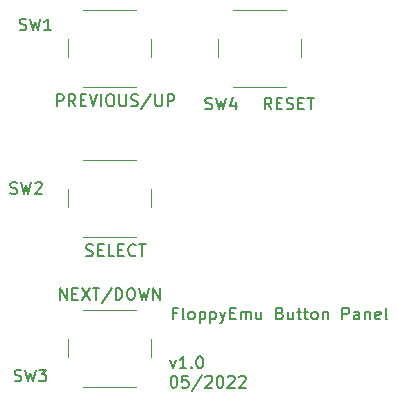
<source format=gbr>
%TF.GenerationSoftware,KiCad,Pcbnew,5.1.8-5.1.8*%
%TF.CreationDate,2022-05-17T18:34:16+02:00*%
%TF.ProjectId,FloppyEmuButtonPanel,466c6f70-7079-4456-9d75-427574746f6e,1.0*%
%TF.SameCoordinates,Original*%
%TF.FileFunction,Legend,Top*%
%TF.FilePolarity,Positive*%
%FSLAX46Y46*%
G04 Gerber Fmt 4.6, Leading zero omitted, Abs format (unit mm)*
G04 Created by KiCad (PCBNEW 5.1.8-5.1.8) date 2022-05-17 18:34:16*
%MOMM*%
%LPD*%
G01*
G04 APERTURE LIST*
%ADD10C,0.150000*%
%ADD11C,0.120000*%
G04 APERTURE END LIST*
D10*
X120683928Y-93273571D02*
X120350595Y-93273571D01*
X120350595Y-93797380D02*
X120350595Y-92797380D01*
X120826785Y-92797380D01*
X121350595Y-93797380D02*
X121255357Y-93749761D01*
X121207738Y-93654523D01*
X121207738Y-92797380D01*
X121874404Y-93797380D02*
X121779166Y-93749761D01*
X121731547Y-93702142D01*
X121683928Y-93606904D01*
X121683928Y-93321190D01*
X121731547Y-93225952D01*
X121779166Y-93178333D01*
X121874404Y-93130714D01*
X122017261Y-93130714D01*
X122112500Y-93178333D01*
X122160119Y-93225952D01*
X122207738Y-93321190D01*
X122207738Y-93606904D01*
X122160119Y-93702142D01*
X122112500Y-93749761D01*
X122017261Y-93797380D01*
X121874404Y-93797380D01*
X122636309Y-93130714D02*
X122636309Y-94130714D01*
X122636309Y-93178333D02*
X122731547Y-93130714D01*
X122922023Y-93130714D01*
X123017261Y-93178333D01*
X123064880Y-93225952D01*
X123112500Y-93321190D01*
X123112500Y-93606904D01*
X123064880Y-93702142D01*
X123017261Y-93749761D01*
X122922023Y-93797380D01*
X122731547Y-93797380D01*
X122636309Y-93749761D01*
X123541071Y-93130714D02*
X123541071Y-94130714D01*
X123541071Y-93178333D02*
X123636309Y-93130714D01*
X123826785Y-93130714D01*
X123922023Y-93178333D01*
X123969642Y-93225952D01*
X124017261Y-93321190D01*
X124017261Y-93606904D01*
X123969642Y-93702142D01*
X123922023Y-93749761D01*
X123826785Y-93797380D01*
X123636309Y-93797380D01*
X123541071Y-93749761D01*
X124350595Y-93130714D02*
X124588690Y-93797380D01*
X124826785Y-93130714D02*
X124588690Y-93797380D01*
X124493452Y-94035476D01*
X124445833Y-94083095D01*
X124350595Y-94130714D01*
X125207738Y-93273571D02*
X125541071Y-93273571D01*
X125683928Y-93797380D02*
X125207738Y-93797380D01*
X125207738Y-92797380D01*
X125683928Y-92797380D01*
X126112500Y-93797380D02*
X126112500Y-93130714D01*
X126112500Y-93225952D02*
X126160119Y-93178333D01*
X126255357Y-93130714D01*
X126398214Y-93130714D01*
X126493452Y-93178333D01*
X126541071Y-93273571D01*
X126541071Y-93797380D01*
X126541071Y-93273571D02*
X126588690Y-93178333D01*
X126683928Y-93130714D01*
X126826785Y-93130714D01*
X126922023Y-93178333D01*
X126969642Y-93273571D01*
X126969642Y-93797380D01*
X127874404Y-93130714D02*
X127874404Y-93797380D01*
X127445833Y-93130714D02*
X127445833Y-93654523D01*
X127493452Y-93749761D01*
X127588690Y-93797380D01*
X127731547Y-93797380D01*
X127826785Y-93749761D01*
X127874404Y-93702142D01*
X129445833Y-93273571D02*
X129588690Y-93321190D01*
X129636309Y-93368809D01*
X129683928Y-93464047D01*
X129683928Y-93606904D01*
X129636309Y-93702142D01*
X129588690Y-93749761D01*
X129493452Y-93797380D01*
X129112500Y-93797380D01*
X129112500Y-92797380D01*
X129445833Y-92797380D01*
X129541071Y-92845000D01*
X129588690Y-92892619D01*
X129636309Y-92987857D01*
X129636309Y-93083095D01*
X129588690Y-93178333D01*
X129541071Y-93225952D01*
X129445833Y-93273571D01*
X129112500Y-93273571D01*
X130541071Y-93130714D02*
X130541071Y-93797380D01*
X130112500Y-93130714D02*
X130112500Y-93654523D01*
X130160119Y-93749761D01*
X130255357Y-93797380D01*
X130398214Y-93797380D01*
X130493452Y-93749761D01*
X130541071Y-93702142D01*
X130874404Y-93130714D02*
X131255357Y-93130714D01*
X131017261Y-92797380D02*
X131017261Y-93654523D01*
X131064880Y-93749761D01*
X131160119Y-93797380D01*
X131255357Y-93797380D01*
X131445833Y-93130714D02*
X131826785Y-93130714D01*
X131588690Y-92797380D02*
X131588690Y-93654523D01*
X131636309Y-93749761D01*
X131731547Y-93797380D01*
X131826785Y-93797380D01*
X132302976Y-93797380D02*
X132207738Y-93749761D01*
X132160119Y-93702142D01*
X132112500Y-93606904D01*
X132112500Y-93321190D01*
X132160119Y-93225952D01*
X132207738Y-93178333D01*
X132302976Y-93130714D01*
X132445833Y-93130714D01*
X132541071Y-93178333D01*
X132588690Y-93225952D01*
X132636309Y-93321190D01*
X132636309Y-93606904D01*
X132588690Y-93702142D01*
X132541071Y-93749761D01*
X132445833Y-93797380D01*
X132302976Y-93797380D01*
X133064880Y-93130714D02*
X133064880Y-93797380D01*
X133064880Y-93225952D02*
X133112500Y-93178333D01*
X133207738Y-93130714D01*
X133350595Y-93130714D01*
X133445833Y-93178333D01*
X133493452Y-93273571D01*
X133493452Y-93797380D01*
X134731547Y-93797380D02*
X134731547Y-92797380D01*
X135112500Y-92797380D01*
X135207738Y-92845000D01*
X135255357Y-92892619D01*
X135302976Y-92987857D01*
X135302976Y-93130714D01*
X135255357Y-93225952D01*
X135207738Y-93273571D01*
X135112500Y-93321190D01*
X134731547Y-93321190D01*
X136160119Y-93797380D02*
X136160119Y-93273571D01*
X136112500Y-93178333D01*
X136017261Y-93130714D01*
X135826785Y-93130714D01*
X135731547Y-93178333D01*
X136160119Y-93749761D02*
X136064880Y-93797380D01*
X135826785Y-93797380D01*
X135731547Y-93749761D01*
X135683928Y-93654523D01*
X135683928Y-93559285D01*
X135731547Y-93464047D01*
X135826785Y-93416428D01*
X136064880Y-93416428D01*
X136160119Y-93368809D01*
X136636309Y-93130714D02*
X136636309Y-93797380D01*
X136636309Y-93225952D02*
X136683928Y-93178333D01*
X136779166Y-93130714D01*
X136922023Y-93130714D01*
X137017261Y-93178333D01*
X137064880Y-93273571D01*
X137064880Y-93797380D01*
X137922023Y-93749761D02*
X137826785Y-93797380D01*
X137636309Y-93797380D01*
X137541071Y-93749761D01*
X137493452Y-93654523D01*
X137493452Y-93273571D01*
X137541071Y-93178333D01*
X137636309Y-93130714D01*
X137826785Y-93130714D01*
X137922023Y-93178333D01*
X137969642Y-93273571D01*
X137969642Y-93368809D01*
X137493452Y-93464047D01*
X138541071Y-93797380D02*
X138445833Y-93749761D01*
X138398214Y-93654523D01*
X138398214Y-92797380D01*
X120128357Y-97258714D02*
X120366452Y-97925380D01*
X120604547Y-97258714D01*
X121509309Y-97925380D02*
X120937880Y-97925380D01*
X121223595Y-97925380D02*
X121223595Y-96925380D01*
X121128357Y-97068238D01*
X121033119Y-97163476D01*
X120937880Y-97211095D01*
X121937880Y-97830142D02*
X121985500Y-97877761D01*
X121937880Y-97925380D01*
X121890261Y-97877761D01*
X121937880Y-97830142D01*
X121937880Y-97925380D01*
X122604547Y-96925380D02*
X122699785Y-96925380D01*
X122795023Y-96973000D01*
X122842642Y-97020619D01*
X122890261Y-97115857D01*
X122937880Y-97306333D01*
X122937880Y-97544428D01*
X122890261Y-97734904D01*
X122842642Y-97830142D01*
X122795023Y-97877761D01*
X122699785Y-97925380D01*
X122604547Y-97925380D01*
X122509309Y-97877761D01*
X122461690Y-97830142D01*
X122414071Y-97734904D01*
X122366452Y-97544428D01*
X122366452Y-97306333D01*
X122414071Y-97115857D01*
X122461690Y-97020619D01*
X122509309Y-96973000D01*
X122604547Y-96925380D01*
X120414071Y-98575380D02*
X120509309Y-98575380D01*
X120604547Y-98623000D01*
X120652166Y-98670619D01*
X120699785Y-98765857D01*
X120747404Y-98956333D01*
X120747404Y-99194428D01*
X120699785Y-99384904D01*
X120652166Y-99480142D01*
X120604547Y-99527761D01*
X120509309Y-99575380D01*
X120414071Y-99575380D01*
X120318833Y-99527761D01*
X120271214Y-99480142D01*
X120223595Y-99384904D01*
X120175976Y-99194428D01*
X120175976Y-98956333D01*
X120223595Y-98765857D01*
X120271214Y-98670619D01*
X120318833Y-98623000D01*
X120414071Y-98575380D01*
X121652166Y-98575380D02*
X121175976Y-98575380D01*
X121128357Y-99051571D01*
X121175976Y-99003952D01*
X121271214Y-98956333D01*
X121509309Y-98956333D01*
X121604547Y-99003952D01*
X121652166Y-99051571D01*
X121699785Y-99146809D01*
X121699785Y-99384904D01*
X121652166Y-99480142D01*
X121604547Y-99527761D01*
X121509309Y-99575380D01*
X121271214Y-99575380D01*
X121175976Y-99527761D01*
X121128357Y-99480142D01*
X122842642Y-98527761D02*
X121985500Y-99813476D01*
X123128357Y-98670619D02*
X123175976Y-98623000D01*
X123271214Y-98575380D01*
X123509309Y-98575380D01*
X123604547Y-98623000D01*
X123652166Y-98670619D01*
X123699785Y-98765857D01*
X123699785Y-98861095D01*
X123652166Y-99003952D01*
X123080738Y-99575380D01*
X123699785Y-99575380D01*
X124318833Y-98575380D02*
X124414071Y-98575380D01*
X124509309Y-98623000D01*
X124556928Y-98670619D01*
X124604547Y-98765857D01*
X124652166Y-98956333D01*
X124652166Y-99194428D01*
X124604547Y-99384904D01*
X124556928Y-99480142D01*
X124509309Y-99527761D01*
X124414071Y-99575380D01*
X124318833Y-99575380D01*
X124223595Y-99527761D01*
X124175976Y-99480142D01*
X124128357Y-99384904D01*
X124080738Y-99194428D01*
X124080738Y-98956333D01*
X124128357Y-98765857D01*
X124175976Y-98670619D01*
X124223595Y-98623000D01*
X124318833Y-98575380D01*
X125033119Y-98670619D02*
X125080738Y-98623000D01*
X125175976Y-98575380D01*
X125414071Y-98575380D01*
X125509309Y-98623000D01*
X125556928Y-98670619D01*
X125604547Y-98765857D01*
X125604547Y-98861095D01*
X125556928Y-99003952D01*
X124985500Y-99575380D01*
X125604547Y-99575380D01*
X125985500Y-98670619D02*
X126033119Y-98623000D01*
X126128357Y-98575380D01*
X126366452Y-98575380D01*
X126461690Y-98623000D01*
X126509309Y-98670619D01*
X126556928Y-98765857D01*
X126556928Y-98861095D01*
X126509309Y-99003952D01*
X125937880Y-99575380D01*
X126556928Y-99575380D01*
D11*
%TO.C,SW1*%
X118510000Y-71580000D02*
X118510000Y-70080000D01*
X117260000Y-67580000D02*
X112760000Y-67580000D01*
X111510000Y-70080000D02*
X111510000Y-71580000D01*
X112760000Y-74080000D02*
X117260000Y-74080000D01*
%TO.C,SW2*%
X112760000Y-86780000D02*
X117260000Y-86780000D01*
X111510000Y-82780000D02*
X111510000Y-84280000D01*
X117260000Y-80280000D02*
X112760000Y-80280000D01*
X118510000Y-84280000D02*
X118510000Y-82780000D01*
%TO.C,SW3*%
X118510000Y-96980000D02*
X118510000Y-95480000D01*
X117260000Y-92980000D02*
X112760000Y-92980000D01*
X111510000Y-95480000D02*
X111510000Y-96980000D01*
X112760000Y-99480000D02*
X117260000Y-99480000D01*
%TO.C,SW4*%
X125460000Y-74080000D02*
X129960000Y-74080000D01*
X124210000Y-70080000D02*
X124210000Y-71580000D01*
X129960000Y-67580000D02*
X125460000Y-67580000D01*
X131210000Y-71580000D02*
X131210000Y-70080000D01*
%TO.C,SW1*%
D10*
X107396666Y-69274761D02*
X107539523Y-69322380D01*
X107777619Y-69322380D01*
X107872857Y-69274761D01*
X107920476Y-69227142D01*
X107968095Y-69131904D01*
X107968095Y-69036666D01*
X107920476Y-68941428D01*
X107872857Y-68893809D01*
X107777619Y-68846190D01*
X107587142Y-68798571D01*
X107491904Y-68750952D01*
X107444285Y-68703333D01*
X107396666Y-68608095D01*
X107396666Y-68512857D01*
X107444285Y-68417619D01*
X107491904Y-68370000D01*
X107587142Y-68322380D01*
X107825238Y-68322380D01*
X107968095Y-68370000D01*
X108301428Y-68322380D02*
X108539523Y-69322380D01*
X108730000Y-68608095D01*
X108920476Y-69322380D01*
X109158571Y-68322380D01*
X110063333Y-69322380D02*
X109491904Y-69322380D01*
X109777619Y-69322380D02*
X109777619Y-68322380D01*
X109682380Y-68465238D01*
X109587142Y-68560476D01*
X109491904Y-68608095D01*
X110557619Y-75732380D02*
X110557619Y-74732380D01*
X110938571Y-74732380D01*
X111033809Y-74780000D01*
X111081428Y-74827619D01*
X111129047Y-74922857D01*
X111129047Y-75065714D01*
X111081428Y-75160952D01*
X111033809Y-75208571D01*
X110938571Y-75256190D01*
X110557619Y-75256190D01*
X112129047Y-75732380D02*
X111795714Y-75256190D01*
X111557619Y-75732380D02*
X111557619Y-74732380D01*
X111938571Y-74732380D01*
X112033809Y-74780000D01*
X112081428Y-74827619D01*
X112129047Y-74922857D01*
X112129047Y-75065714D01*
X112081428Y-75160952D01*
X112033809Y-75208571D01*
X111938571Y-75256190D01*
X111557619Y-75256190D01*
X112557619Y-75208571D02*
X112890952Y-75208571D01*
X113033809Y-75732380D02*
X112557619Y-75732380D01*
X112557619Y-74732380D01*
X113033809Y-74732380D01*
X113319523Y-74732380D02*
X113652857Y-75732380D01*
X113986190Y-74732380D01*
X114319523Y-75732380D02*
X114319523Y-74732380D01*
X114986190Y-74732380D02*
X115176666Y-74732380D01*
X115271904Y-74780000D01*
X115367142Y-74875238D01*
X115414761Y-75065714D01*
X115414761Y-75399047D01*
X115367142Y-75589523D01*
X115271904Y-75684761D01*
X115176666Y-75732380D01*
X114986190Y-75732380D01*
X114890952Y-75684761D01*
X114795714Y-75589523D01*
X114748095Y-75399047D01*
X114748095Y-75065714D01*
X114795714Y-74875238D01*
X114890952Y-74780000D01*
X114986190Y-74732380D01*
X115843333Y-74732380D02*
X115843333Y-75541904D01*
X115890952Y-75637142D01*
X115938571Y-75684761D01*
X116033809Y-75732380D01*
X116224285Y-75732380D01*
X116319523Y-75684761D01*
X116367142Y-75637142D01*
X116414761Y-75541904D01*
X116414761Y-74732380D01*
X116843333Y-75684761D02*
X116986190Y-75732380D01*
X117224285Y-75732380D01*
X117319523Y-75684761D01*
X117367142Y-75637142D01*
X117414761Y-75541904D01*
X117414761Y-75446666D01*
X117367142Y-75351428D01*
X117319523Y-75303809D01*
X117224285Y-75256190D01*
X117033809Y-75208571D01*
X116938571Y-75160952D01*
X116890952Y-75113333D01*
X116843333Y-75018095D01*
X116843333Y-74922857D01*
X116890952Y-74827619D01*
X116938571Y-74780000D01*
X117033809Y-74732380D01*
X117271904Y-74732380D01*
X117414761Y-74780000D01*
X118557619Y-74684761D02*
X117700476Y-75970476D01*
X118890952Y-74732380D02*
X118890952Y-75541904D01*
X118938571Y-75637142D01*
X118986190Y-75684761D01*
X119081428Y-75732380D01*
X119271904Y-75732380D01*
X119367142Y-75684761D01*
X119414761Y-75637142D01*
X119462380Y-75541904D01*
X119462380Y-74732380D01*
X119938571Y-75732380D02*
X119938571Y-74732380D01*
X120319523Y-74732380D01*
X120414761Y-74780000D01*
X120462380Y-74827619D01*
X120510000Y-74922857D01*
X120510000Y-75065714D01*
X120462380Y-75160952D01*
X120414761Y-75208571D01*
X120319523Y-75256190D01*
X119938571Y-75256190D01*
%TO.C,SW2*%
X106616666Y-83114761D02*
X106759523Y-83162380D01*
X106997619Y-83162380D01*
X107092857Y-83114761D01*
X107140476Y-83067142D01*
X107188095Y-82971904D01*
X107188095Y-82876666D01*
X107140476Y-82781428D01*
X107092857Y-82733809D01*
X106997619Y-82686190D01*
X106807142Y-82638571D01*
X106711904Y-82590952D01*
X106664285Y-82543333D01*
X106616666Y-82448095D01*
X106616666Y-82352857D01*
X106664285Y-82257619D01*
X106711904Y-82210000D01*
X106807142Y-82162380D01*
X107045238Y-82162380D01*
X107188095Y-82210000D01*
X107521428Y-82162380D02*
X107759523Y-83162380D01*
X107950000Y-82448095D01*
X108140476Y-83162380D01*
X108378571Y-82162380D01*
X108711904Y-82257619D02*
X108759523Y-82210000D01*
X108854761Y-82162380D01*
X109092857Y-82162380D01*
X109188095Y-82210000D01*
X109235714Y-82257619D01*
X109283333Y-82352857D01*
X109283333Y-82448095D01*
X109235714Y-82590952D01*
X108664285Y-83162380D01*
X109283333Y-83162380D01*
X113033809Y-88384761D02*
X113176666Y-88432380D01*
X113414761Y-88432380D01*
X113510000Y-88384761D01*
X113557619Y-88337142D01*
X113605238Y-88241904D01*
X113605238Y-88146666D01*
X113557619Y-88051428D01*
X113510000Y-88003809D01*
X113414761Y-87956190D01*
X113224285Y-87908571D01*
X113129047Y-87860952D01*
X113081428Y-87813333D01*
X113033809Y-87718095D01*
X113033809Y-87622857D01*
X113081428Y-87527619D01*
X113129047Y-87480000D01*
X113224285Y-87432380D01*
X113462380Y-87432380D01*
X113605238Y-87480000D01*
X114033809Y-87908571D02*
X114367142Y-87908571D01*
X114510000Y-88432380D02*
X114033809Y-88432380D01*
X114033809Y-87432380D01*
X114510000Y-87432380D01*
X115414761Y-88432380D02*
X114938571Y-88432380D01*
X114938571Y-87432380D01*
X115748095Y-87908571D02*
X116081428Y-87908571D01*
X116224285Y-88432380D02*
X115748095Y-88432380D01*
X115748095Y-87432380D01*
X116224285Y-87432380D01*
X117224285Y-88337142D02*
X117176666Y-88384761D01*
X117033809Y-88432380D01*
X116938571Y-88432380D01*
X116795714Y-88384761D01*
X116700476Y-88289523D01*
X116652857Y-88194285D01*
X116605238Y-88003809D01*
X116605238Y-87860952D01*
X116652857Y-87670476D01*
X116700476Y-87575238D01*
X116795714Y-87480000D01*
X116938571Y-87432380D01*
X117033809Y-87432380D01*
X117176666Y-87480000D01*
X117224285Y-87527619D01*
X117510000Y-87432380D02*
X118081428Y-87432380D01*
X117795714Y-88432380D02*
X117795714Y-87432380D01*
%TO.C,SW3*%
X106986666Y-98994761D02*
X107129523Y-99042380D01*
X107367619Y-99042380D01*
X107462857Y-98994761D01*
X107510476Y-98947142D01*
X107558095Y-98851904D01*
X107558095Y-98756666D01*
X107510476Y-98661428D01*
X107462857Y-98613809D01*
X107367619Y-98566190D01*
X107177142Y-98518571D01*
X107081904Y-98470952D01*
X107034285Y-98423333D01*
X106986666Y-98328095D01*
X106986666Y-98232857D01*
X107034285Y-98137619D01*
X107081904Y-98090000D01*
X107177142Y-98042380D01*
X107415238Y-98042380D01*
X107558095Y-98090000D01*
X107891428Y-98042380D02*
X108129523Y-99042380D01*
X108320000Y-98328095D01*
X108510476Y-99042380D01*
X108748571Y-98042380D01*
X109034285Y-98042380D02*
X109653333Y-98042380D01*
X109320000Y-98423333D01*
X109462857Y-98423333D01*
X109558095Y-98470952D01*
X109605714Y-98518571D01*
X109653333Y-98613809D01*
X109653333Y-98851904D01*
X109605714Y-98947142D01*
X109558095Y-98994761D01*
X109462857Y-99042380D01*
X109177142Y-99042380D01*
X109081904Y-98994761D01*
X109034285Y-98947142D01*
X110823904Y-92146380D02*
X110823904Y-91146380D01*
X111395333Y-92146380D01*
X111395333Y-91146380D01*
X111871523Y-91622571D02*
X112204857Y-91622571D01*
X112347714Y-92146380D02*
X111871523Y-92146380D01*
X111871523Y-91146380D01*
X112347714Y-91146380D01*
X112681047Y-91146380D02*
X113347714Y-92146380D01*
X113347714Y-91146380D02*
X112681047Y-92146380D01*
X113585809Y-91146380D02*
X114157238Y-91146380D01*
X113871523Y-92146380D02*
X113871523Y-91146380D01*
X115204857Y-91098761D02*
X114347714Y-92384476D01*
X115538190Y-92146380D02*
X115538190Y-91146380D01*
X115776285Y-91146380D01*
X115919142Y-91194000D01*
X116014380Y-91289238D01*
X116062000Y-91384476D01*
X116109619Y-91574952D01*
X116109619Y-91717809D01*
X116062000Y-91908285D01*
X116014380Y-92003523D01*
X115919142Y-92098761D01*
X115776285Y-92146380D01*
X115538190Y-92146380D01*
X116728666Y-91146380D02*
X116919142Y-91146380D01*
X117014380Y-91194000D01*
X117109619Y-91289238D01*
X117157238Y-91479714D01*
X117157238Y-91813047D01*
X117109619Y-92003523D01*
X117014380Y-92098761D01*
X116919142Y-92146380D01*
X116728666Y-92146380D01*
X116633428Y-92098761D01*
X116538190Y-92003523D01*
X116490571Y-91813047D01*
X116490571Y-91479714D01*
X116538190Y-91289238D01*
X116633428Y-91194000D01*
X116728666Y-91146380D01*
X117490571Y-91146380D02*
X117728666Y-92146380D01*
X117919142Y-91432095D01*
X118109619Y-92146380D01*
X118347714Y-91146380D01*
X118728666Y-92146380D02*
X118728666Y-91146380D01*
X119300095Y-92146380D01*
X119300095Y-91146380D01*
%TO.C,SW4*%
X123126666Y-75969761D02*
X123269523Y-76017380D01*
X123507619Y-76017380D01*
X123602857Y-75969761D01*
X123650476Y-75922142D01*
X123698095Y-75826904D01*
X123698095Y-75731666D01*
X123650476Y-75636428D01*
X123602857Y-75588809D01*
X123507619Y-75541190D01*
X123317142Y-75493571D01*
X123221904Y-75445952D01*
X123174285Y-75398333D01*
X123126666Y-75303095D01*
X123126666Y-75207857D01*
X123174285Y-75112619D01*
X123221904Y-75065000D01*
X123317142Y-75017380D01*
X123555238Y-75017380D01*
X123698095Y-75065000D01*
X124031428Y-75017380D02*
X124269523Y-76017380D01*
X124460000Y-75303095D01*
X124650476Y-76017380D01*
X124888571Y-75017380D01*
X125698095Y-75350714D02*
X125698095Y-76017380D01*
X125460000Y-74969761D02*
X125221904Y-75684047D01*
X125840952Y-75684047D01*
X128722619Y-76017380D02*
X128389285Y-75541190D01*
X128151190Y-76017380D02*
X128151190Y-75017380D01*
X128532142Y-75017380D01*
X128627380Y-75065000D01*
X128675000Y-75112619D01*
X128722619Y-75207857D01*
X128722619Y-75350714D01*
X128675000Y-75445952D01*
X128627380Y-75493571D01*
X128532142Y-75541190D01*
X128151190Y-75541190D01*
X129151190Y-75493571D02*
X129484523Y-75493571D01*
X129627380Y-76017380D02*
X129151190Y-76017380D01*
X129151190Y-75017380D01*
X129627380Y-75017380D01*
X130008333Y-75969761D02*
X130151190Y-76017380D01*
X130389285Y-76017380D01*
X130484523Y-75969761D01*
X130532142Y-75922142D01*
X130579761Y-75826904D01*
X130579761Y-75731666D01*
X130532142Y-75636428D01*
X130484523Y-75588809D01*
X130389285Y-75541190D01*
X130198809Y-75493571D01*
X130103571Y-75445952D01*
X130055952Y-75398333D01*
X130008333Y-75303095D01*
X130008333Y-75207857D01*
X130055952Y-75112619D01*
X130103571Y-75065000D01*
X130198809Y-75017380D01*
X130436904Y-75017380D01*
X130579761Y-75065000D01*
X131008333Y-75493571D02*
X131341666Y-75493571D01*
X131484523Y-76017380D02*
X131008333Y-76017380D01*
X131008333Y-75017380D01*
X131484523Y-75017380D01*
X131770238Y-75017380D02*
X132341666Y-75017380D01*
X132055952Y-76017380D02*
X132055952Y-75017380D01*
%TD*%
M02*

</source>
